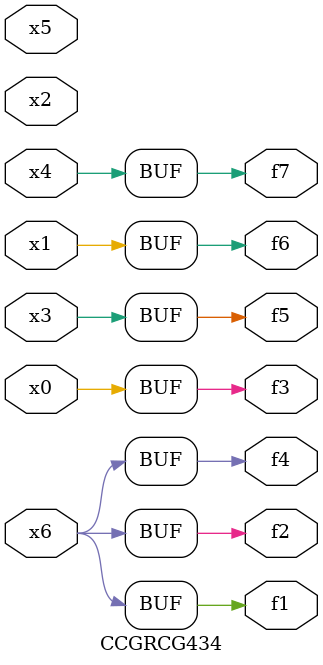
<source format=v>
module CCGRCG434(
	input x0, x1, x2, x3, x4, x5, x6,
	output f1, f2, f3, f4, f5, f6, f7
);
	assign f1 = x6;
	assign f2 = x6;
	assign f3 = x0;
	assign f4 = x6;
	assign f5 = x3;
	assign f6 = x1;
	assign f7 = x4;
endmodule

</source>
